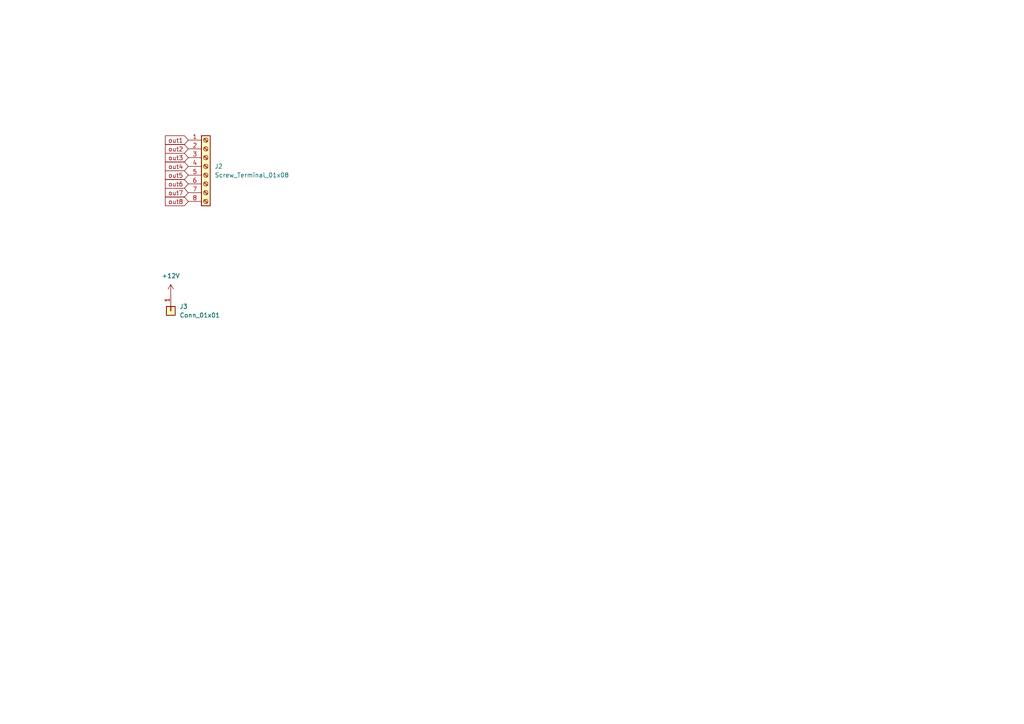
<source format=kicad_sch>
(kicad_sch (version 20230121) (generator eeschema)

  (uuid eafd25b8-de9a-4e54-ba6f-1ddbf2216429)

  (paper "A4")

  (lib_symbols
    (symbol "Connector:Screw_Terminal_01x08" (pin_names (offset 1.016) hide) (in_bom yes) (on_board yes)
      (property "Reference" "J" (at 0 10.16 0)
        (effects (font (size 1.27 1.27)))
      )
      (property "Value" "Screw_Terminal_01x08" (at 0 -12.7 0)
        (effects (font (size 1.27 1.27)))
      )
      (property "Footprint" "" (at 0 0 0)
        (effects (font (size 1.27 1.27)) hide)
      )
      (property "Datasheet" "~" (at 0 0 0)
        (effects (font (size 1.27 1.27)) hide)
      )
      (property "ki_keywords" "screw terminal" (at 0 0 0)
        (effects (font (size 1.27 1.27)) hide)
      )
      (property "ki_description" "Generic screw terminal, single row, 01x08, script generated (kicad-library-utils/schlib/autogen/connector/)" (at 0 0 0)
        (effects (font (size 1.27 1.27)) hide)
      )
      (property "ki_fp_filters" "TerminalBlock*:*" (at 0 0 0)
        (effects (font (size 1.27 1.27)) hide)
      )
      (symbol "Screw_Terminal_01x08_1_1"
        (rectangle (start -1.27 8.89) (end 1.27 -11.43)
          (stroke (width 0.254) (type default))
          (fill (type background))
        )
        (circle (center 0 -10.16) (radius 0.635)
          (stroke (width 0.1524) (type default))
          (fill (type none))
        )
        (circle (center 0 -7.62) (radius 0.635)
          (stroke (width 0.1524) (type default))
          (fill (type none))
        )
        (circle (center 0 -5.08) (radius 0.635)
          (stroke (width 0.1524) (type default))
          (fill (type none))
        )
        (circle (center 0 -2.54) (radius 0.635)
          (stroke (width 0.1524) (type default))
          (fill (type none))
        )
        (polyline
          (pts
            (xy -0.5334 -9.8298)
            (xy 0.3302 -10.668)
          )
          (stroke (width 0.1524) (type default))
          (fill (type none))
        )
        (polyline
          (pts
            (xy -0.5334 -7.2898)
            (xy 0.3302 -8.128)
          )
          (stroke (width 0.1524) (type default))
          (fill (type none))
        )
        (polyline
          (pts
            (xy -0.5334 -4.7498)
            (xy 0.3302 -5.588)
          )
          (stroke (width 0.1524) (type default))
          (fill (type none))
        )
        (polyline
          (pts
            (xy -0.5334 -2.2098)
            (xy 0.3302 -3.048)
          )
          (stroke (width 0.1524) (type default))
          (fill (type none))
        )
        (polyline
          (pts
            (xy -0.5334 0.3302)
            (xy 0.3302 -0.508)
          )
          (stroke (width 0.1524) (type default))
          (fill (type none))
        )
        (polyline
          (pts
            (xy -0.5334 2.8702)
            (xy 0.3302 2.032)
          )
          (stroke (width 0.1524) (type default))
          (fill (type none))
        )
        (polyline
          (pts
            (xy -0.5334 5.4102)
            (xy 0.3302 4.572)
          )
          (stroke (width 0.1524) (type default))
          (fill (type none))
        )
        (polyline
          (pts
            (xy -0.5334 7.9502)
            (xy 0.3302 7.112)
          )
          (stroke (width 0.1524) (type default))
          (fill (type none))
        )
        (polyline
          (pts
            (xy -0.3556 -9.652)
            (xy 0.508 -10.4902)
          )
          (stroke (width 0.1524) (type default))
          (fill (type none))
        )
        (polyline
          (pts
            (xy -0.3556 -7.112)
            (xy 0.508 -7.9502)
          )
          (stroke (width 0.1524) (type default))
          (fill (type none))
        )
        (polyline
          (pts
            (xy -0.3556 -4.572)
            (xy 0.508 -5.4102)
          )
          (stroke (width 0.1524) (type default))
          (fill (type none))
        )
        (polyline
          (pts
            (xy -0.3556 -2.032)
            (xy 0.508 -2.8702)
          )
          (stroke (width 0.1524) (type default))
          (fill (type none))
        )
        (polyline
          (pts
            (xy -0.3556 0.508)
            (xy 0.508 -0.3302)
          )
          (stroke (width 0.1524) (type default))
          (fill (type none))
        )
        (polyline
          (pts
            (xy -0.3556 3.048)
            (xy 0.508 2.2098)
          )
          (stroke (width 0.1524) (type default))
          (fill (type none))
        )
        (polyline
          (pts
            (xy -0.3556 5.588)
            (xy 0.508 4.7498)
          )
          (stroke (width 0.1524) (type default))
          (fill (type none))
        )
        (polyline
          (pts
            (xy -0.3556 8.128)
            (xy 0.508 7.2898)
          )
          (stroke (width 0.1524) (type default))
          (fill (type none))
        )
        (circle (center 0 0) (radius 0.635)
          (stroke (width 0.1524) (type default))
          (fill (type none))
        )
        (circle (center 0 2.54) (radius 0.635)
          (stroke (width 0.1524) (type default))
          (fill (type none))
        )
        (circle (center 0 5.08) (radius 0.635)
          (stroke (width 0.1524) (type default))
          (fill (type none))
        )
        (circle (center 0 7.62) (radius 0.635)
          (stroke (width 0.1524) (type default))
          (fill (type none))
        )
        (pin passive line (at -5.08 7.62 0) (length 3.81)
          (name "Pin_1" (effects (font (size 1.27 1.27))))
          (number "1" (effects (font (size 1.27 1.27))))
        )
        (pin passive line (at -5.08 5.08 0) (length 3.81)
          (name "Pin_2" (effects (font (size 1.27 1.27))))
          (number "2" (effects (font (size 1.27 1.27))))
        )
        (pin passive line (at -5.08 2.54 0) (length 3.81)
          (name "Pin_3" (effects (font (size 1.27 1.27))))
          (number "3" (effects (font (size 1.27 1.27))))
        )
        (pin passive line (at -5.08 0 0) (length 3.81)
          (name "Pin_4" (effects (font (size 1.27 1.27))))
          (number "4" (effects (font (size 1.27 1.27))))
        )
        (pin passive line (at -5.08 -2.54 0) (length 3.81)
          (name "Pin_5" (effects (font (size 1.27 1.27))))
          (number "5" (effects (font (size 1.27 1.27))))
        )
        (pin passive line (at -5.08 -5.08 0) (length 3.81)
          (name "Pin_6" (effects (font (size 1.27 1.27))))
          (number "6" (effects (font (size 1.27 1.27))))
        )
        (pin passive line (at -5.08 -7.62 0) (length 3.81)
          (name "Pin_7" (effects (font (size 1.27 1.27))))
          (number "7" (effects (font (size 1.27 1.27))))
        )
        (pin passive line (at -5.08 -10.16 0) (length 3.81)
          (name "Pin_8" (effects (font (size 1.27 1.27))))
          (number "8" (effects (font (size 1.27 1.27))))
        )
      )
    )
    (symbol "Connector_Generic:Conn_01x01" (pin_names (offset 1.016) hide) (in_bom yes) (on_board yes)
      (property "Reference" "J" (at 0 2.54 0)
        (effects (font (size 1.27 1.27)))
      )
      (property "Value" "Conn_01x01" (at 0 -2.54 0)
        (effects (font (size 1.27 1.27)))
      )
      (property "Footprint" "" (at 0 0 0)
        (effects (font (size 1.27 1.27)) hide)
      )
      (property "Datasheet" "~" (at 0 0 0)
        (effects (font (size 1.27 1.27)) hide)
      )
      (property "ki_keywords" "connector" (at 0 0 0)
        (effects (font (size 1.27 1.27)) hide)
      )
      (property "ki_description" "Generic connector, single row, 01x01, script generated (kicad-library-utils/schlib/autogen/connector/)" (at 0 0 0)
        (effects (font (size 1.27 1.27)) hide)
      )
      (property "ki_fp_filters" "Connector*:*_1x??_*" (at 0 0 0)
        (effects (font (size 1.27 1.27)) hide)
      )
      (symbol "Conn_01x01_1_1"
        (rectangle (start -1.27 0.127) (end 0 -0.127)
          (stroke (width 0.1524) (type default))
          (fill (type none))
        )
        (rectangle (start -1.27 1.27) (end 1.27 -1.27)
          (stroke (width 0.254) (type default))
          (fill (type background))
        )
        (pin passive line (at -5.08 0 0) (length 3.81)
          (name "Pin_1" (effects (font (size 1.27 1.27))))
          (number "1" (effects (font (size 1.27 1.27))))
        )
      )
    )
    (symbol "power:+12V" (power) (pin_names (offset 0)) (in_bom yes) (on_board yes)
      (property "Reference" "#PWR" (at 0 -3.81 0)
        (effects (font (size 1.27 1.27)) hide)
      )
      (property "Value" "+12V" (at 0 3.556 0)
        (effects (font (size 1.27 1.27)))
      )
      (property "Footprint" "" (at 0 0 0)
        (effects (font (size 1.27 1.27)) hide)
      )
      (property "Datasheet" "" (at 0 0 0)
        (effects (font (size 1.27 1.27)) hide)
      )
      (property "ki_keywords" "global power" (at 0 0 0)
        (effects (font (size 1.27 1.27)) hide)
      )
      (property "ki_description" "Power symbol creates a global label with name \"+12V\"" (at 0 0 0)
        (effects (font (size 1.27 1.27)) hide)
      )
      (symbol "+12V_0_1"
        (polyline
          (pts
            (xy -0.762 1.27)
            (xy 0 2.54)
          )
          (stroke (width 0) (type default))
          (fill (type none))
        )
        (polyline
          (pts
            (xy 0 0)
            (xy 0 2.54)
          )
          (stroke (width 0) (type default))
          (fill (type none))
        )
        (polyline
          (pts
            (xy 0 2.54)
            (xy 0.762 1.27)
          )
          (stroke (width 0) (type default))
          (fill (type none))
        )
      )
      (symbol "+12V_1_1"
        (pin power_in line (at 0 0 90) (length 0) hide
          (name "+12V" (effects (font (size 1.27 1.27))))
          (number "1" (effects (font (size 1.27 1.27))))
        )
      )
    )
  )


  (global_label "out6" (shape input) (at 54.61 53.34 180) (fields_autoplaced)
    (effects (font (size 1.27 1.27)) (justify right))
    (uuid 0229a95b-6433-46f5-b655-4cc94d80df29)
    (property "Intersheetrefs" "${INTERSHEET_REFS}" (at 47.3916 53.34 0)
      (effects (font (size 1.27 1.27)) (justify right) hide)
    )
  )
  (global_label "out7" (shape input) (at 54.61 55.88 180) (fields_autoplaced)
    (effects (font (size 1.27 1.27)) (justify right))
    (uuid 1413e815-43d0-4f89-b0ed-b3c1104c8827)
    (property "Intersheetrefs" "${INTERSHEET_REFS}" (at 47.3916 55.88 0)
      (effects (font (size 1.27 1.27)) (justify right) hide)
    )
  )
  (global_label "out3" (shape input) (at 54.61 45.72 180) (fields_autoplaced)
    (effects (font (size 1.27 1.27)) (justify right))
    (uuid 3a1b7e6c-acb4-4c7b-b9c2-6db80874ff8a)
    (property "Intersheetrefs" "${INTERSHEET_REFS}" (at 47.3916 45.72 0)
      (effects (font (size 1.27 1.27)) (justify right) hide)
    )
  )
  (global_label "out4" (shape input) (at 54.61 48.26 180) (fields_autoplaced)
    (effects (font (size 1.27 1.27)) (justify right))
    (uuid 3d4ad5ac-1dfe-435e-a77a-33b0ce6e2608)
    (property "Intersheetrefs" "${INTERSHEET_REFS}" (at 47.3916 48.26 0)
      (effects (font (size 1.27 1.27)) (justify right) hide)
    )
  )
  (global_label "out5" (shape input) (at 54.61 50.8 180) (fields_autoplaced)
    (effects (font (size 1.27 1.27)) (justify right))
    (uuid 42adbb24-906d-4cb0-98bd-88cbe4a83d46)
    (property "Intersheetrefs" "${INTERSHEET_REFS}" (at 47.3916 50.8 0)
      (effects (font (size 1.27 1.27)) (justify right) hide)
    )
  )
  (global_label "out2" (shape input) (at 54.61 43.18 180) (fields_autoplaced)
    (effects (font (size 1.27 1.27)) (justify right))
    (uuid 5b0b7a2c-4f42-4db0-8ecc-fb527750adc6)
    (property "Intersheetrefs" "${INTERSHEET_REFS}" (at 47.3916 43.18 0)
      (effects (font (size 1.27 1.27)) (justify right) hide)
    )
  )
  (global_label "out1" (shape input) (at 54.61 40.64 180) (fields_autoplaced)
    (effects (font (size 1.27 1.27)) (justify right))
    (uuid 9140e214-9ffe-4132-ab95-d25cb0483ad6)
    (property "Intersheetrefs" "${INTERSHEET_REFS}" (at 47.3916 40.64 0)
      (effects (font (size 1.27 1.27)) (justify right) hide)
    )
  )
  (global_label "out8" (shape input) (at 54.61 58.42 180) (fields_autoplaced)
    (effects (font (size 1.27 1.27)) (justify right))
    (uuid e1cc7535-3790-44ec-9b58-b11ae9f10f5e)
    (property "Intersheetrefs" "${INTERSHEET_REFS}" (at 47.3916 58.42 0)
      (effects (font (size 1.27 1.27)) (justify right) hide)
    )
  )

  (symbol (lib_id "power:+12V") (at 49.53 85.09 0) (unit 1)
    (in_bom yes) (on_board yes) (dnp no) (fields_autoplaced)
    (uuid 34611f32-005c-4d55-a745-738bc1703208)
    (property "Reference" "#PWR052" (at 49.53 88.9 0)
      (effects (font (size 1.27 1.27)) hide)
    )
    (property "Value" "+12V" (at 49.53 80.01 0)
      (effects (font (size 1.27 1.27)))
    )
    (property "Footprint" "" (at 49.53 85.09 0)
      (effects (font (size 1.27 1.27)) hide)
    )
    (property "Datasheet" "" (at 49.53 85.09 0)
      (effects (font (size 1.27 1.27)) hide)
    )
    (pin "1" (uuid 27a228cf-26fc-4ff7-a983-92f4babf2f37))
    (instances
      (project "PDMduino"
        (path "/79db51bf-0c70-4754-82e7-36daa7f915c0/2cc15628-a70d-46b4-863c-ad8f6ff5190f"
          (reference "#PWR052") (unit 1)
        )
      )
    )
  )

  (symbol (lib_id "Connector_Generic:Conn_01x01") (at 49.53 90.17 270) (unit 1)
    (in_bom yes) (on_board yes) (dnp no) (fields_autoplaced)
    (uuid 43bba6de-5064-4e3e-9d00-f6de3a074e2b)
    (property "Reference" "J3" (at 52.07 88.9 90)
      (effects (font (size 1.27 1.27)) (justify left))
    )
    (property "Value" "Conn_01x01" (at 52.07 91.44 90)
      (effects (font (size 1.27 1.27)) (justify left))
    )
    (property "Footprint" "" (at 49.53 90.17 0)
      (effects (font (size 1.27 1.27)) hide)
    )
    (property "Datasheet" "~" (at 49.53 90.17 0)
      (effects (font (size 1.27 1.27)) hide)
    )
    (pin "1" (uuid c41f41bd-a6d8-4b92-85bf-81742715b666))
    (instances
      (project "PDMduino"
        (path "/79db51bf-0c70-4754-82e7-36daa7f915c0/2cc15628-a70d-46b4-863c-ad8f6ff5190f"
          (reference "J3") (unit 1)
        )
      )
    )
  )

  (symbol (lib_id "Connector:Screw_Terminal_01x08") (at 59.69 48.26 0) (unit 1)
    (in_bom yes) (on_board yes) (dnp no) (fields_autoplaced)
    (uuid 5f710b94-3f0e-40d0-ac99-b4f6143b1bbb)
    (property "Reference" "J2" (at 62.23 48.26 0)
      (effects (font (size 1.27 1.27)) (justify left))
    )
    (property "Value" "Screw_Terminal_01x08" (at 62.23 50.8 0)
      (effects (font (size 1.27 1.27)) (justify left))
    )
    (property "Footprint" "" (at 59.69 48.26 0)
      (effects (font (size 1.27 1.27)) hide)
    )
    (property "Datasheet" "~" (at 59.69 48.26 0)
      (effects (font (size 1.27 1.27)) hide)
    )
    (pin "5" (uuid d53fb78a-b20f-43c2-a9c1-dd277dbb303d))
    (pin "8" (uuid 033cb833-85b8-4c79-9de7-c049a3100ee0))
    (pin "1" (uuid 308a7f6b-66f8-4df3-aa13-f323676f9bb4))
    (pin "3" (uuid e375a0a2-7c90-4673-b7fd-859ff32e09ce))
    (pin "2" (uuid dc76a256-b41f-4233-a670-ff7788f2c3e1))
    (pin "6" (uuid 12d98bd3-fb14-44e9-9404-7f31ce22188e))
    (pin "7" (uuid c50e62a5-b0d3-41cb-be71-d4c70fb36302))
    (pin "4" (uuid cf3fc06e-cc5b-4f00-944f-61fbd7b45f40))
    (instances
      (project "PDMduino"
        (path "/79db51bf-0c70-4754-82e7-36daa7f915c0/2cc15628-a70d-46b4-863c-ad8f6ff5190f"
          (reference "J2") (unit 1)
        )
      )
    )
  )
)

</source>
